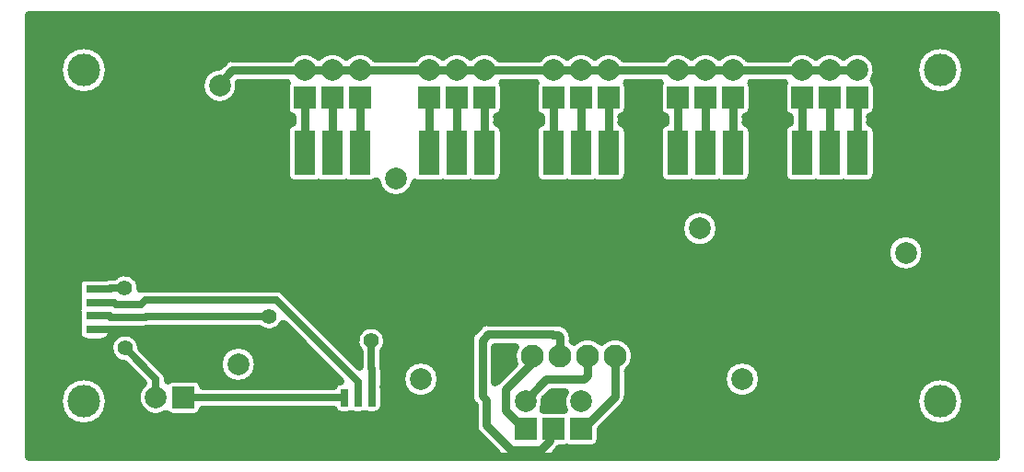
<source format=gbr>
*
*
G04 PADS Layout (Build Number 2007.65.1) generated Gerber (RS-274-X) file*
G04 PC Version=2.1*
*
%IN "RBCS_RC_MAIS_001__BLZ.P"*%
*
%MOIN*%
*
%FSLAX35Y35*%
*
*
*
*
G04 PC Standard Apertures*
*
*
G04 Thermal Relief Aperture macro.*
%AMTER*
1,1,$1,0,0*
1,0,$1-$2,0,0*
21,0,$3,$4,0,0,45*
21,0,$3,$4,0,0,135*
%
*
*
G04 Annular Aperture macro.*
%AMANN*
1,1,$1,0,0*
1,0,$2,0,0*
%
*
*
G04 Odd Aperture macro.*
%AMODD*
1,1,$1,0,0*
1,0,$1-0.005,0,0*
%
*
*
G04 PC Custom Aperture Macros*
*
*
*
*
*
*
G04 PC Aperture Table*
*
%ADD010C,0.01*%
%ADD011C,0.03*%
%ADD019R,0.06299X0.02756*%
%ADD020R,0.11811X0.08268*%
%ADD055C,0.11811*%
%ADD059R,0.076X0.076*%
%ADD083C,0.07874*%
%ADD085C,0.5*%
%ADD086R,0.07874X0.07874*%
%ADD088R,0.02756X0.02756*%
%ADD089R,0.08268X0.08268*%
%ADD090C,0.08268*%
%ADD091C,0.025*%
%ADD092C,0.055*%
*
*
*
*
G04 PC Copper Outlines (0)*
G04 Layer Name RBCS_RC_MAIS_001__BLZ.P - dark (0)*
%LPD*%
*
*
G04 PC Area=ANP000016*
G75*
G36*
G01*
X350000Y160000D02*
X322370D01*
Y143316D01*
X323760Y146672D01*
X326328Y149240D01*
X329684Y150630D01*
X333316D01*
X336672Y149240D01*
X339240Y146672D01*
X340630Y143316D01*
Y139684D01*
X339240Y136328D01*
X336672Y133760D01*
X333316Y132370D01*
X329684D01*
X326328Y133760D01*
X323760Y136328D01*
X322370Y139684D01*
Y160000D01*
X311876D01*
Y76941D01*
X313295Y79886D01*
X315851Y81925D01*
X319038Y82652D01*
X322225Y81925D01*
X324781Y79886D01*
X326200Y76941D01*
Y73671D01*
X324781Y70726D01*
X322370Y68803D01*
Y23316D01*
X323760Y26672D01*
X326328Y29240D01*
X329684Y30630D01*
X333316D01*
X336672Y29240D01*
X339240Y26672D01*
X340630Y23316D01*
Y19684D01*
X339240Y16328D01*
X336672Y13760D01*
X333316Y12370D01*
X329684D01*
X326328Y13760D01*
X323760Y16328D01*
X322370Y19684D01*
Y68803D01*
X322225Y68687D01*
X319038Y67960D01*
X315851Y68687D01*
X313295Y70726D01*
X311876Y73671D01*
Y160000D01*
X63565D01*
Y135915D01*
X64227Y138834D01*
X66022Y141228D01*
X68639Y142681D01*
X70130Y142810D01*
X72699Y145378D01*
X74380Y146075D01*
X96186D01*
X97146Y147189D01*
X99798Y148459D01*
X102738Y148557D01*
X105469Y147465D01*
X106500Y146416D01*
X107489Y147421D01*
X110090Y148512D01*
X112910D01*
X115511Y147421D01*
X116500Y146416D01*
X117531Y147465D01*
X120262Y148557D01*
X123202Y148459D01*
X125854Y147189D01*
X126814Y146075D01*
X141186D01*
X142146Y147189D01*
X144798Y148459D01*
X147738Y148557D01*
X150469Y147465D01*
X151500Y146416D01*
X152489Y147421D01*
X155090Y148512D01*
X157910D01*
X160511Y147421D01*
X161500Y146416D01*
X162531Y147465D01*
X165262Y148557D01*
X168202Y148459D01*
X170854Y147189D01*
X171814Y146075D01*
X186186D01*
X187146Y147189D01*
X189798Y148459D01*
X192738Y148557D01*
X195469Y147465D01*
X196500Y146416D01*
X197489Y147421D01*
X200090Y148512D01*
X202910D01*
X205511Y147421D01*
X206500Y146416D01*
X207531Y147465D01*
X210262Y148557D01*
X213202Y148459D01*
X215854Y147189D01*
X216814Y146075D01*
X231186D01*
X232146Y147189D01*
X234798Y148459D01*
X237738Y148557D01*
X240469Y147465D01*
X241500Y146416D01*
X242489Y147421D01*
X245090Y148512D01*
X247910D01*
X250511Y147421D01*
X251500Y146416D01*
X252531Y147465D01*
X255262Y148557D01*
X258202Y148459D01*
X260854Y147189D01*
X261814Y146075D01*
X276186D01*
X277146Y147189D01*
X279798Y148459D01*
X282738Y148557D01*
X285469Y147465D01*
X286500Y146416D01*
X287489Y147421D01*
X290090Y148512D01*
X292910D01*
X295511Y147421D01*
X296500Y146416D01*
X297542Y147476D01*
X300308Y148568D01*
X303279Y148443D01*
X305944Y147124D01*
X307844Y144836D01*
X308652Y141974D01*
X308229Y139031D01*
X307438Y137771D01*
X307949Y137333D01*
X308512Y136110D01*
Y126474D01*
X307140Y124781D01*
X306075Y124555D01*
Y122476D01*
X307091Y122211D01*
X308375Y120550D01*
Y102676D01*
X307551Y101249D01*
X306124Y100425D01*
X297700D01*
X296500Y100669D01*
X295300Y100425D01*
X287700D01*
X286500Y100669D01*
X285300Y100425D01*
X276876D01*
X275449Y101249D01*
X274625Y102676D01*
Y120550D01*
X275909Y122211D01*
X276925Y122476D01*
Y124555D01*
X275860Y124781D01*
X274488Y126474D01*
Y135437D01*
X274872Y136925D01*
X263128D01*
X263512Y135437D01*
Y126474D01*
X262140Y124781D01*
X261075Y124555D01*
Y122476D01*
X262091Y122211D01*
X263375Y120550D01*
Y102676D01*
X262551Y101249D01*
X261124Y100425D01*
X252700D01*
X252697Y100426D01*
Y31177D01*
X254116Y34122D01*
X256672Y36161D01*
X259859Y36888D01*
X263046Y36161D01*
X265602Y34122D01*
X267021Y31177D01*
Y27907D01*
X265602Y24962D01*
X263046Y22923D01*
X259859Y22196D01*
X256672Y22923D01*
X254116Y24962D01*
X252697Y27907D01*
Y100426D01*
X251500Y100669D01*
X250300Y100425D01*
X242700D01*
X241500Y100669D01*
X240300Y100425D01*
X237354D01*
Y85767D01*
X238773Y88712D01*
X241329Y90751D01*
X244516Y91478D01*
X247703Y90751D01*
X250259Y88712D01*
X251678Y85767D01*
Y82497D01*
X250259Y79552D01*
X247703Y77513D01*
X244516Y76786D01*
X241329Y77513D01*
X238773Y79552D01*
X237354Y82497D01*
Y100425D01*
X231876D01*
X230449Y101249D01*
X229625Y102676D01*
Y120550D01*
X230909Y122211D01*
X231925Y122476D01*
Y124555D01*
X230860Y124781D01*
X229488Y126474D01*
Y135437D01*
X229872Y136925D01*
X218128D01*
X218512Y135437D01*
Y126474D01*
X217140Y124781D01*
X216075Y124555D01*
Y122476D01*
X217091Y122211D01*
X218375Y120550D01*
Y102676D01*
X217551Y101249D01*
X216124Y100425D01*
X207700D01*
X206500Y100669D01*
X205300Y100425D01*
X197700D01*
X196500Y100669D01*
X195300Y100425D01*
X186876D01*
X185449Y101249D01*
X184625Y102676D01*
Y120550D01*
X185909Y122211D01*
X186925Y122476D01*
Y124555D01*
X185860Y124781D01*
X184488Y126474D01*
Y135437D01*
X184872Y136925D01*
X173128D01*
X173512Y135437D01*
Y126474D01*
X172140Y124781D01*
X171075Y124555D01*
Y122476D01*
X172091Y122211D01*
X173375Y120550D01*
Y102676D01*
X172551Y101249D01*
X171124Y100425D01*
X162700D01*
X161500Y100669D01*
X160300Y100425D01*
X152700D01*
X151500Y100669D01*
X150300Y100425D01*
X142700D01*
X141482Y100677D01*
X141162Y99274D01*
X139488Y96933D01*
X137039Y95420D01*
X136384Y95317D01*
Y31176D01*
X137803Y34121D01*
X140359Y36160D01*
X143546Y36887D01*
X146733Y36160D01*
X149289Y34121D01*
X150708Y31176D01*
Y27906D01*
X149289Y24961D01*
X146733Y22922D01*
X143546Y22195D01*
X140359Y22922D01*
X137803Y24961D01*
X136384Y27906D01*
Y95317D01*
X134196Y94971D01*
X131400Y95655D01*
X129086Y97366D01*
X127612Y99838D01*
X127409Y101263D01*
X126981Y100859D01*
X125888Y100425D01*
X117700D01*
X116500Y100669D01*
X115300Y100425D01*
X107700D01*
X106500Y100669D01*
X105300Y100425D01*
X96876D01*
X95449Y101249D01*
X94625Y102676D01*
Y120550D01*
X95909Y122211D01*
X96925Y122476D01*
Y124555D01*
X95860Y124781D01*
X94488Y126474D01*
Y135437D01*
X94872Y136925D01*
X77659D01*
X77746Y135824D01*
Y134328D01*
X76524Y131595D01*
X74293Y129600D01*
X71442Y128690D01*
X68467Y129022D01*
X65888Y130541D01*
X64153Y132980D01*
X63565Y135915D01*
Y160000D01*
X12370D01*
Y143316D01*
X13760Y146672D01*
X16328Y149240D01*
X19684Y150630D01*
X23316D01*
X26672Y149240D01*
X29240Y146672D01*
X30630Y143316D01*
Y139684D01*
X29240Y136328D01*
X26672Y133760D01*
X23316Y132370D01*
X19684D01*
X19126Y132601D01*
Y48886D01*
X19322Y49969D01*
X19126Y51051D01*
Y53807D01*
X19322Y54890D01*
X19126Y55973D01*
Y58729D01*
X19322Y59811D01*
X19126Y60894D01*
Y64474D01*
X19949Y65901D01*
X21376Y66725D01*
X28500D01*
X29377Y66597D01*
X29601D01*
X31100Y66865D01*
X32398D01*
X33436Y67801D01*
X36135Y68528D01*
X38871Y67951D01*
X41046Y66195D01*
X42188Y63643D01*
X42117Y62247D01*
X43840Y62605D01*
X91930D01*
X93520Y61946D01*
X121255Y34211D01*
Y39558D01*
X120291Y40627D01*
X119580Y43416D01*
X120250Y46215D01*
X122147Y48380D01*
X124833Y49413D01*
X127692Y49076D01*
X130064Y47446D01*
X131405Y44899D01*
Y42379D01*
X130629Y40361D01*
X129905Y39558D01*
Y34447D01*
X130065Y33279D01*
Y26877D01*
X130193Y26000D01*
Y18876D01*
X129370Y17449D01*
X127942Y16626D01*
X124363D01*
X123280Y16822D01*
X122197Y16626D01*
X119441D01*
X118359Y16822D01*
X117276Y16626D01*
X113587D01*
X112035Y17663D01*
X111679Y18525D01*
X88050D01*
X87541Y18555D01*
X64597D01*
X64502Y17806D01*
X63640Y16567D01*
X62302Y15868D01*
X53000D01*
X51777Y16431D01*
X51339Y16942D01*
X50053Y16135D01*
X47046Y15728D01*
X44139Y16601D01*
X41854Y18598D01*
X40598Y21361D01*
Y24396D01*
X41852Y27160D01*
X42995Y28159D01*
X36181Y34973D01*
X35063Y35030D01*
X33028Y35966D01*
X31486Y37590D01*
X30655Y39670D01*
Y42097D01*
X31772Y44460D01*
X33792Y46120D01*
X36327Y46758D01*
X38891Y46251D01*
X40993Y44697D01*
X42230Y42394D01*
X42297Y41089D01*
X51276Y32110D01*
X51935Y30520D01*
Y29353D01*
X53673Y29892D01*
X62302D01*
X63640Y29193D01*
X64502Y27954D01*
X64597Y27205D01*
X88020D01*
X88529Y27175D01*
X111679D01*
X112000Y27951D01*
X113343Y28962D01*
X114178Y29055D01*
X93711Y49523D01*
X93076Y48341D01*
X90898Y46770D01*
X88254Y46311D01*
X85675Y47056D01*
X84678Y47955D01*
X70260D01*
Y36572D01*
X71679Y39517D01*
X74235Y41556D01*
X77422Y42283D01*
X80609Y41556D01*
X83165Y39517D01*
X84584Y36572D01*
Y33302D01*
X83165Y30357D01*
X80609Y28318D01*
X77422Y27591D01*
X74235Y28318D01*
X71679Y30357D01*
X70260Y33302D01*
Y47955D01*
X45391D01*
X43970Y47715D01*
X31574D01*
Y45306D01*
X30751Y43879D01*
X29324Y43055D01*
X21376D01*
X19949Y43879D01*
X19126Y45306D01*
Y132601D01*
X16328Y133760D01*
X13760Y136328D01*
X12370Y139684D01*
Y23316D01*
X13760Y26672D01*
X16328Y29240D01*
X19684Y30630D01*
X23316D01*
X26672Y29240D01*
X29240Y26672D01*
X30630Y23316D01*
Y19684D01*
X29240Y16328D01*
X26672Y13760D01*
X23316Y12370D01*
X19684D01*
X16328Y13760D01*
X13760Y16328D01*
X12370Y19684D01*
Y160000D01*
X3000D01*
Y3000D01*
X170700D01*
X163402Y10299D01*
X162705Y11980D01*
Y20095D01*
X161872Y20929D01*
X161175Y22610D01*
Y44660D01*
X161872Y46341D01*
X165199Y49668D01*
X166880Y50365D01*
X191080D01*
X192572Y50115D01*
X194222D01*
X195904Y49418D01*
X197741Y47581D01*
X198437Y45900D01*
Y43528D01*
X198862Y43149D01*
X199870Y44119D01*
X202464Y45165D01*
X205260D01*
X207855Y44120D01*
X208862Y43150D01*
X209922Y44170D01*
X212671Y45217D01*
X215610Y45103D01*
X218270Y43847D01*
X220226Y41649D01*
X221163Y38861D01*
X220934Y35928D01*
X219574Y33319D01*
X218437Y32386D01*
Y22432D01*
X217740Y20751D01*
X208512Y11522D01*
Y6739D01*
X207688Y5312D01*
X206261Y4488D01*
X197563D01*
X196500Y4678D01*
X195437Y4488D01*
X193757D01*
X193455Y4155D01*
X192300Y3000D01*
X350000D01*
Y160000D01*
G37*
G74*
*
*
G04 PC Copper Outlines (1)*
G04 Layer Name RBCS_RC_MAIS_001__BLZ.P - dark (1)*
%LPD*%
*
*
G04 PC Area=ANP000003*
G75*
G36*
G01*
X195371Y24905D02*
X190855D01*
X188441Y22492D01*
X188587Y21474D01*
X188281Y19442D01*
X187843Y18512D01*
X195157D01*
X194681Y19522D01*
X194404Y21737D01*
X194828Y23929D01*
X195371Y24905D01*
G37*
G74*
*
*
G04 PC Copper Outlines (2)*
G04 Layer Name RBCS_RC_MAIS_001__BLZ.P - dark (2)*
%LPD*%
*
*
G04 PC Area=ANP000001*
G75*
G36*
G01*
X177432Y41215D02*
X170325D01*
Y28470D01*
X170828Y29068D01*
X177133Y35372D01*
X176585Y36799D01*
X176741Y39852D01*
X177432Y41215D01*
G37*
G74*
*
*
G04 PC Copper Outlines (3)*
G04 Layer Name RBCS_RC_MAIS_001__BLZ.P - dark (3)*
%LPD*%
*
*
G04 PC Area=Custom_Thermal*
*
G04 PC Custom Flashes*
G04 Layer Name RBCS_RC_MAIS_001__BLZ.P - flashes*
%LPD*%
*
*
G04 PC Circuitry*
G04 Layer Name RBCS_RC_MAIS_001__BLZ.P - circuitry*
%LPD*%
*
G54D10*
G54D11*
G01X174063Y21500D02*
Y25833D01*
X183862Y35632*
Y37957*
X174063Y21500D02*
Y18417D01*
X180980Y11500*
X181500*
X202190Y11670D02*
X213862Y23342D01*
Y37957*
X181500Y21500D02*
Y22020D01*
X188960Y29480*
X202422*
X203862Y30920*
Y37957*
X165750Y43750D02*
X167790Y45790D01*
X191080*
X191330Y45540*
X193312*
X193862Y44990*
Y37957*
X165750Y43750D02*
Y23520D01*
X167280Y21990*
Y12890*
X176110Y4060*
X186890*
X190220Y7390*
Y10220*
X191500Y11500*
X70734Y135824D02*
Y136944D01*
X75290Y141500*
X101500*
X121500Y131500D02*
Y111500D01*
X111500Y141500D02*
X121500D01*
X111500Y131500D02*
Y111500D01*
X101500Y141500D02*
X111500D01*
X101500Y131500D02*
Y111500D01*
X121500Y141500D02*
X146500D01*
X166500D02*
X191500D01*
X166500Y131500D02*
Y111500D01*
X156500Y141500D02*
X166500D01*
X156500Y131500D02*
Y111500D01*
X146500Y141500D02*
X156500D01*
X146500Y131500D02*
Y111500D01*
X201500Y141500D02*
X211500D01*
X201500Y131500D02*
Y111500D01*
X191500Y141500D02*
X201500D01*
X191500Y131500D02*
Y111500D01*
X211500Y141500D02*
X236500D01*
X211500Y131500D02*
Y111500D01*
X246500Y141500D02*
X256500D01*
X246500Y131500D02*
Y111500D01*
X236500Y141500D02*
X246500D01*
X236500Y131500D02*
Y111500D01*
X291500Y141500D02*
X301500D01*
X291500Y131500D02*
Y111500D01*
X281500Y141500D02*
X291500D01*
X281500Y131500D02*
Y111500D01*
X256500Y141500D02*
X281500D01*
X256500Y131500D02*
Y111500D01*
X301500Y131500D02*
Y111500D01*
X340630Y21500D02*
G75*
G03X340630I-9130J0D01*
G01X326200Y75306D02*
G03X326200I-7162J0D01*
G01X340630Y141500D02*
G03X340630I-9130J0D01*
G01X30630D02*
G03X30630I-9130J0D01*
G01X84584Y34937D02*
G03X84584I-7162J0D01*
G01X30630Y21500D02*
G03X30630I-9130J0D01*
G01X150708Y29541D02*
G03X150708I-7162J0D01*
G01X267021Y29542D02*
G03X267021I-7162J0D01*
G01X251678Y84132D02*
G03X251678I-7162J0D01*
G01X350000Y3000D02*
Y160000D01*
X3000*
Y3000*
X170700*
X164045Y9655*
X162705Y12890D02*
G03X164045Y9655I4575J0D01*
G01X162705Y12890D02*
Y20095D01*
X162515Y20285*
X161175Y23520D02*
G03X162515Y20285I4575J0D01*
G01X161175Y23520D02*
Y43750D01*
X162515Y46985D02*
G03X161175Y43750I3235J-3235D01*
G01X162515Y46985D02*
X164555Y49025D01*
X167790Y50365D02*
G03X164555Y49025I0J-4575D01*
G01X167790Y50365D02*
X191080D01*
X192572Y50115D02*
G03X191080Y50365I-1492J-4325D01*
G01X192572Y50115D02*
X193312D01*
X196547Y48775D02*
G03X193312Y50115I-3235J-3235D01*
G01X196547Y48775D02*
X197097Y48225D01*
X198437Y44990D02*
G03X197097Y48225I-4575J-0D01*
G01X198437Y44990D02*
Y43528D01*
X198862Y43149D02*
G03X198437Y43528I-5000J-5192D01*
G01X208862Y43150D02*
G03X198862Y43149I-5000J-5193D01*
G01X218437Y32386D02*
G03X208862Y43150I-4575J5571D01*
G01X218437Y32386D02*
Y23342D01*
X217097Y20107D02*
G03X218437Y23342I-3235J3235D01*
G01X217097Y20107D02*
X208512Y11522D01*
Y7563*
X205437Y4488D02*
G03X208512Y7563I0J3075D01*
G01X205437Y4488D02*
X197563D01*
X196500Y4678D02*
G03X197563Y4488I1063J2885D01*
G01X195437D02*
G03X196500Y4678I0J3075D01*
G01X195437Y4488D02*
X193757D01*
X193455Y4155D02*
G03X193757Y4488I-3235J3235D01*
G01X193455Y4155D02*
X192300Y3000D01*
X350000*
X195371Y24905D02*
G03X195157Y18512I6129J-3405D01*
G01X195371Y24905D02*
X190855D01*
X188441Y22492*
X187843Y18512D02*
G03X188441Y22492I-6343J2988D01*
G01X187843Y18512D02*
X195157D01*
X177432Y41215D02*
G03X177133Y35372I6430J-3258D01*
G01X177432Y41215D02*
X170325D01*
Y28470*
X170828Y29068D02*
G03X170325Y28470I3235J-3235D01*
G01X170828Y29068D02*
X177133Y35372D01*
X340630Y21500D02*
G03X340630I-9130J0D01*
G01X326200Y75306D02*
G03X326200I-7162J0D01*
G01X340630Y141500D02*
G03X340630I-9130J0D01*
G01X307438Y137771D02*
G03X296500Y146416I-5938J3729D01*
G01X308512Y135437D02*
G03X307438Y137771I-3075J0D01*
G01X308512Y135437D02*
Y127563D01*
X306075Y124555D02*
G03X308512Y127563I-638J3008D01*
G01X306075Y124555D02*
Y122476D01*
X308375Y119500D02*
G03X306075Y122476I-3075J0D01*
G01X308375Y119500D02*
Y103500D01*
X305300Y100425D02*
G03X308375Y103500I0J3075D01*
G01X305300Y100425D02*
X297700D01*
X296500Y100669D02*
G03X297700Y100425I1200J2831D01*
G01X295300D02*
G03X296500Y100669I0J3075D01*
G01X295300Y100425D02*
X287700D01*
X286500Y100669D02*
G03X287700Y100425I1200J2831D01*
G01X285300D02*
G03X286500Y100669I0J3075D01*
G01X285300Y100425D02*
X277700D01*
X274625Y103500D02*
G03X277700Y100425I3075J0D01*
G01X274625Y103500D02*
Y119500D01*
X276925Y122476D02*
G03X274625Y119500I775J-2976D01*
G01X276925Y122476D02*
Y124555D01*
X274488Y127563D02*
G03X276925Y124555I3075J-0D01*
G01X274488Y127563D02*
Y135437D01*
X274872Y136925D02*
G03X274488Y135437I2691J-1488D01*
G01X274872Y136925D02*
X263128D01*
X263512Y135437D02*
G03X263128Y136925I-3075J0D01*
G01X263512Y135437D02*
Y127563D01*
X261075Y124555D02*
G03X263512Y127563I-638J3008D01*
G01X261075Y124555D02*
Y122476D01*
X263375Y119500D02*
G03X261075Y122476I-3075J0D01*
G01X263375Y119500D02*
Y103500D01*
X260300Y100425D02*
G03X263375Y103500I0J3075D01*
G01X260300Y100425D02*
X252700D01*
X251500Y100669D02*
G03X252700Y100425I1200J2831D01*
G01X250300D02*
G03X251500Y100669I0J3075D01*
G01X250300Y100425D02*
X242700D01*
X241500Y100669D02*
G03X242700Y100425I1200J2831D01*
G01X240300D02*
G03X241500Y100669I0J3075D01*
G01X240300Y100425D02*
X232700D01*
X229625Y103500D02*
G03X232700Y100425I3075J0D01*
G01X229625Y103500D02*
Y119500D01*
X231925Y122476D02*
G03X229625Y119500I775J-2976D01*
G01X231925Y122476D02*
Y124555D01*
X229488Y127563D02*
G03X231925Y124555I3075J-0D01*
G01X229488Y127563D02*
Y135437D01*
X229872Y136925D02*
G03X229488Y135437I2691J-1488D01*
G01X229872Y136925D02*
X218128D01*
X218512Y135437D02*
G03X218128Y136925I-3075J0D01*
G01X218512Y135437D02*
Y127563D01*
X216075Y124555D02*
G03X218512Y127563I-638J3008D01*
G01X216075Y124555D02*
Y122476D01*
X218375Y119500D02*
G03X216075Y122476I-3075J0D01*
G01X218375Y119500D02*
Y103500D01*
X215300Y100425D02*
G03X218375Y103500I0J3075D01*
G01X215300Y100425D02*
X207700D01*
X206500Y100669D02*
G03X207700Y100425I1200J2831D01*
G01X205300D02*
G03X206500Y100669I0J3075D01*
G01X205300Y100425D02*
X197700D01*
X196500Y100669D02*
G03X197700Y100425I1200J2831D01*
G01X195300D02*
G03X196500Y100669I0J3075D01*
G01X195300Y100425D02*
X187700D01*
X184625Y103500D02*
G03X187700Y100425I3075J0D01*
G01X184625Y103500D02*
Y119500D01*
X186925Y122476D02*
G03X184625Y119500I775J-2976D01*
G01X186925Y122476D02*
Y124555D01*
X184488Y127563D02*
G03X186925Y124555I3075J-0D01*
G01X184488Y127563D02*
Y135437D01*
X184872Y136925D02*
G03X184488Y135437I2691J-1488D01*
G01X184872Y136925D02*
X173128D01*
X173512Y135437D02*
G03X173128Y136925I-3075J0D01*
G01X173512Y135437D02*
Y127563D01*
X171075Y124555D02*
G03X173512Y127563I-638J3008D01*
G01X171075Y124555D02*
Y122476D01*
X173375Y119500D02*
G03X171075Y122476I-3075J0D01*
G01X173375Y119500D02*
Y103500D01*
X170300Y100425D02*
G03X173375Y103500I0J3075D01*
G01X170300Y100425D02*
X162700D01*
X161500Y100669D02*
G03X162700Y100425I1200J2831D01*
G01X160300D02*
G03X161500Y100669I0J3075D01*
G01X160300Y100425D02*
X152700D01*
X151500Y100669D02*
G03X152700Y100425I1200J2831D01*
G01X150300D02*
G03X151500Y100669I0J3075D01*
G01X150300Y100425D02*
X142700D01*
X141482Y100677D02*
G03X142700Y100425I1218J2823D01*
G01X127409Y101263D02*
G03X141482Y100677I7091J1007D01*
G01X125300Y100425D02*
G03X127409Y101263I0J3075D01*
G01X125300Y100425D02*
X117700D01*
X116500Y100669D02*
G03X117700Y100425I1200J2831D01*
G01X115300D02*
G03X116500Y100669I0J3075D01*
G01X115300Y100425D02*
X107700D01*
X106500Y100669D02*
G03X107700Y100425I1200J2831D01*
G01X105300D02*
G03X106500Y100669I0J3075D01*
G01X105300Y100425D02*
X97700D01*
X94625Y103500D02*
G03X97700Y100425I3075J0D01*
G01X94625Y103500D02*
Y119500D01*
X96925Y122476D02*
G03X94625Y119500I775J-2976D01*
G01X96925Y122476D02*
Y124555D01*
X94488Y127563D02*
G03X96925Y124555I3075J-0D01*
G01X94488Y127563D02*
Y135437D01*
X94872Y136925D02*
G03X94488Y135437I2691J-1488D01*
G01X94872Y136925D02*
X77659D01*
X70130Y142810D02*
G03X77659Y136925I604J-6986D01*
G01X70130Y142810D02*
X72055Y144735D01*
X75290Y146075D02*
G03X72055Y144735I0J-4575D01*
G01X75290Y146075D02*
X96186D01*
X106500Y146416D02*
G03X96186Y146075I-5000J-4916D01*
G01X116500Y146416D02*
G03X106500I-5000J-4916D01*
G01X126814Y146075D02*
G03X116500Y146416I-5314J-4575D01*
G01X126814Y146075D02*
X141186D01*
X151500Y146416D02*
G03X141186Y146075I-5000J-4916D01*
G01X161500Y146416D02*
G03X151500I-5000J-4916D01*
G01X171814Y146075D02*
G03X161500Y146416I-5314J-4575D01*
G01X171814Y146075D02*
X186186D01*
X196500Y146416D02*
G03X186186Y146075I-5000J-4916D01*
G01X206500Y146416D02*
G03X196500I-5000J-4916D01*
G01X216814Y146075D02*
G03X206500Y146416I-5314J-4575D01*
G01X216814Y146075D02*
X231186D01*
X241500Y146416D02*
G03X231186Y146075I-5000J-4916D01*
G01X251500Y146416D02*
G03X241500I-5000J-4916D01*
G01X261814Y146075D02*
G03X251500Y146416I-5314J-4575D01*
G01X261814Y146075D02*
X276186D01*
X286500Y146416D02*
G03X276186Y146075I-5000J-4916D01*
G01X296500Y146416D02*
G03X286500I-5000J-4916D01*
G01X30630Y141500D02*
G03X30630I-9130J0D01*
G01X84584Y34937D02*
G03X84584I-7162J0D01*
G01X30630Y21500D02*
G03X30630I-9130J0D01*
G01X150708Y29541D02*
G03X150708I-7162J0D01*
G01X129905Y39558D02*
G03X121255I-4325J3902D01*
G01X129905D02*
Y34447D01*
X130065Y33279D02*
G03X129905Y34447I-4324J0D01*
G01X130065Y33279D02*
Y26877D01*
X130193Y26000D02*
G03X130065Y26877I-3074J-0D01*
G01X130193Y26000D02*
Y19700D01*
X127119Y16626D02*
G03X130193Y19700I-0J3074D01*
G01X127119Y16626D02*
X124363D01*
X123280Y16822D02*
G03X124363Y16626I1083J2878D01*
G01X122197D02*
G03X123280Y16822I0J3074D01*
G01X122197Y16626D02*
X119441D01*
X118359Y16822D02*
G03X119441Y16626I1082J2878D01*
G01X117276D02*
G03X118359Y16822I0J3074D01*
G01X117276Y16626D02*
X114520D01*
X111679Y18525D02*
G03X114520Y16626I2841J1175D01*
G01X111679Y18525D02*
X88050D01*
X87541Y18555D02*
G03X88050Y18525I509J4295D01*
G01X87541Y18555D02*
X64597D01*
X61547Y15868D02*
G03X64597Y18555I0J3075D01*
G01X61547Y15868D02*
X53673D01*
X51339Y16942D02*
G03X53673Y15868I2334J2001D01*
G01X42995Y28159D02*
G03X51339Y16942I4615J-5279D01*
G01X42995Y28159D02*
X36181Y34973D01*
X42297Y41089D02*
G03X36181Y34973I-5817J-299D01*
G01X42297Y41089D02*
X50668Y32718D01*
X51935Y29660D02*
G03X50668Y32718I-4325J0D01*
G01X51935Y29660D02*
Y29353D01*
X53673Y29892D02*
G03X51935Y29353I-0J-3075D01*
G01X53673Y29892D02*
X61547D01*
X64597Y27205D02*
G03X61547Y29892I-3050J-388D01*
G01X64597Y27205D02*
X88020D01*
X88529Y27175D02*
G03X88020Y27205I-509J-4295D01*
G01X88529Y27175D02*
X111679D01*
X114178Y29055D02*
G03X111679Y27175I342J-3055D01*
G01X114178Y29055D02*
X93711Y49523D01*
X84678Y47955D02*
G03X93711Y49523I3902J4325D01*
G01X84678Y47955D02*
X45391D01*
X43970Y47715D02*
G03X45391Y47955I0J4325D01*
G01X43970Y47715D02*
X31574D01*
Y46130*
X28500Y43055D02*
G03X31574Y46130I-0J3075D01*
G01X28500Y43055D02*
X22200D01*
X19126Y46130D02*
G03X22200Y43055I3074J0D01*
G01X19126Y46130D02*
Y48886D01*
X19322Y49969D02*
G03X19126Y48886I2878J-1083D01*
G01Y51051D02*
G03X19322Y49969I3074J0D01*
G01X19126Y51051D02*
Y53807D01*
X19322Y54890D02*
G03X19126Y53807I2878J-1083D01*
G01Y55973D02*
G03X19322Y54890I3074J-0D01*
G01X19126Y55973D02*
Y58729D01*
X19322Y59811D02*
G03X19126Y58729I2878J-1082D01*
G01Y60894D02*
G03X19322Y59811I3074J-0D01*
G01X19126Y60894D02*
Y63650D01*
X22200Y66725D02*
G03X19126Y63650I0J-3075D01*
G01X22200Y66725D02*
X28500D01*
X29377Y66597D02*
G03X28500Y66725I-877J-2947D01*
G01X29377Y66597D02*
X29601D01*
X31100Y66865D02*
G03X29601Y66597I0J-4325D01*
G01X31100Y66865D02*
X32398D01*
X42117Y62247D02*
G03X32398Y66865I-5817J293D01*
G01X43840Y62605D02*
G03X42117Y62247I0J-4325D01*
G01X43840Y62605D02*
X91070D01*
X94128Y61338D02*
G03X91070Y62605I-3058J-3058D01*
G01X94128Y61338D02*
X121255Y34211D01*
Y39558*
X267021Y29542D02*
G03X267021I-7162J0D01*
G01X251678Y84132D02*
G03X251678I-7162J0D01*
G01X1500Y161500D02*
X351500D01*
Y1500*
X1500*
Y161500*
G54D19*
X25350Y62272D03*
Y57351D03*
Y52429D03*
Y47508D03*
G54D20*
X13933Y72311D03*
Y37469D03*
G54D55*
X331500Y21500D03*
Y141500D03*
X21500D03*
Y21500D03*
X307878Y40713D03*
G54D59*
X146500Y107300D02*
Y115700D01*
X236500D02*
Y107300D01*
X101500D02*
Y115700D01*
X291500Y107300D02*
Y115700D01*
X121500Y107300D02*
Y115700D01*
X156500Y107300D02*
Y115700D01*
X166500Y107300D02*
Y115700D01*
X191500Y107300D02*
Y115700D01*
X201500Y107300D02*
Y115700D01*
X211500Y107300D02*
Y115700D01*
X246500Y107300D02*
Y115700D01*
X256500Y107300D02*
Y115700D01*
X281500Y107300D02*
Y115700D01*
X301500Y107300D02*
Y115700D01*
X111500Y107300D02*
Y115700D01*
G54D83*
X259859Y29542D03*
X143546Y29541D03*
X319038Y75306D03*
X77422Y34937D03*
X244516Y84132D03*
X70734Y135824D03*
X101500Y141500D03*
X111500D03*
X121500D03*
X146500D03*
X156500D03*
X166500D03*
X181500Y21500D03*
X191500D03*
X201500D03*
X47610Y22880D03*
X211500Y141500D03*
X236500D03*
X246500D03*
X256500D03*
X281500D03*
X191500D03*
X291500D03*
X301500D03*
X201500D03*
X134500Y102270D03*
G54D85*
X42450Y107540D03*
G54D86*
X101500Y131500D03*
X111500D03*
X121500D03*
X146500D03*
X156500D03*
X166500D03*
X181500Y11500D03*
X191500D03*
X201500D03*
X57610Y22880D03*
X211500Y131500D03*
X236500D03*
X246500D03*
X256500D03*
X281500D03*
X191500D03*
X291500D03*
X301500D03*
X201500D03*
G54D88*
X115898Y21078D02*
Y24622D01*
X120819Y21078D02*
Y24622D01*
X125741Y21078D02*
Y24622D01*
X130662Y21078D02*
Y24622D01*
G54D89*
X105859Y9661D02*
Y13204D01*
X140701Y9661D02*
Y13204D01*
G54D90*
X183862Y37957D03*
X203862D03*
X193862D03*
X173862D03*
X213862D03*
G54D91*
X57610Y22880D02*
X88020D01*
X88050Y22850*
X115898*
X201500Y11500D02*
X202020D01*
X202190Y11670*
X36480Y40790D02*
X47610Y29660D01*
Y22880*
X25350Y47508D02*
X45808D01*
X46030Y47730*
X47670Y46090*
X54070*
X25350Y52429D02*
X30950D01*
X31339Y52040*
X43970*
X44210Y52280*
X88580*
X25350Y57351D02*
X32399D01*
X33210Y56540*
X42100*
X43840Y58280*
X91070*
X120819Y28531*
Y22850*
X25350Y62272D02*
X30950D01*
X31030Y62352*
Y62470*
X31100Y62540*
X36300*
X125580Y43460D02*
Y33440D01*
X125741Y33279*
Y22850*
G54D92*
X36300Y62540D03*
X54070Y46090D03*
X36480Y40790D03*
X88580Y52280D03*
X125580Y43460D03*
G74*
X0Y0D02*
M02*

</source>
